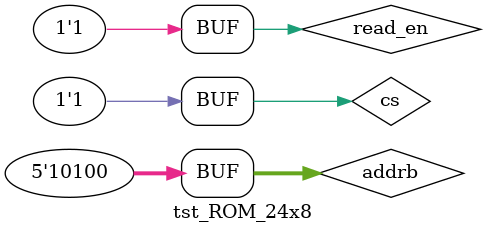
<source format=v>
module tst_ROM_24x8;

	reg [4:0] addrb;
	wire [7:0] datab;
	reg cs, read_en;
	
	ROM_24x8 rom (cs, addrb, datab, read_en);
	
	initial begin
		#5 addrb =  0; 	//00 000
		#10 addrb = 7; 	//00 111
		#10 addrb = 8; 	//01 000
		#5 addrb = 15; 	//01 111
		#5 addrb = 14; 	//01 110
		#5 addrb = 11; 	//01 011
		#5 addrb = 12; 	//01 100
		#5 addrb = 9; 	 //01 001
		#5 addrb = 16; 	//10 000
		#5 addrb = 23; 	//10 111
		#5 addrb = 20; 	//10 100
	end
	
	initial begin
		cs = 1;
		read_en <= 1;		
	end

endmodule
</source>
